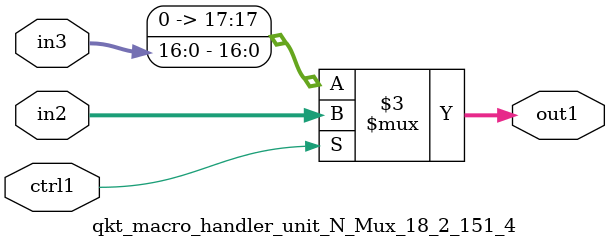
<source format=v>

`timescale 1ps / 1ps


module qkt_macro_handler_unit_N_Mux_18_2_151_4( in3, in2, ctrl1, out1 );

    input [16:0] in3;
    input [17:0] in2;
    input ctrl1;
    output [17:0] out1;
    reg [17:0] out1;

    
    // rtl_process:qkt_macro_handler_unit_N_Mux_18_2_151_4/qkt_macro_handler_unit_N_Mux_18_2_151_4_thread_1
    always @*
      begin : qkt_macro_handler_unit_N_Mux_18_2_151_4_thread_1
        case (ctrl1) 
          1'b1: 
            begin
              out1 = in2;
            end
          default: 
            begin
              out1 = {1'b0, in3};
            end
        endcase
      end

endmodule



</source>
